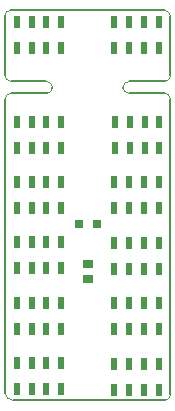
<source format=gtp>
G04 Layer_Color=8421504*
%FSLAX43Y43*%
%MOMM*%
G71*
G01*
G75*
%ADD10R,0.550X1.050*%
%ADD11R,0.900X0.700*%
%ADD12R,0.800X0.800*%
%ADD14C,0.160*%
%ADD16C,0.100*%
D10*
X13000Y6035D02*
D03*
X11750D02*
D03*
X9250D02*
D03*
X10500D02*
D03*
X9250Y8235D02*
D03*
X13000D02*
D03*
X11750D02*
D03*
X10500D02*
D03*
X13000Y900D02*
D03*
X11750D02*
D03*
X9250D02*
D03*
X10500D02*
D03*
X9250Y3100D02*
D03*
X13000D02*
D03*
X11750D02*
D03*
X10500D02*
D03*
X3500Y16304D02*
D03*
X2250D02*
D03*
X1000D02*
D03*
X4750D02*
D03*
X3500Y18504D02*
D03*
X4750D02*
D03*
X2250D02*
D03*
X1000D02*
D03*
X3500Y11169D02*
D03*
X2250D02*
D03*
X1000D02*
D03*
X4750D02*
D03*
X3500Y13370D02*
D03*
X4750D02*
D03*
X2250D02*
D03*
X1000D02*
D03*
X3500Y21350D02*
D03*
X2250D02*
D03*
X1000D02*
D03*
X4750D02*
D03*
X3500Y23550D02*
D03*
X4750D02*
D03*
X2250D02*
D03*
X1000D02*
D03*
X3500Y29800D02*
D03*
X2250D02*
D03*
X1000D02*
D03*
X4750D02*
D03*
X3500Y32000D02*
D03*
X4750D02*
D03*
X2250D02*
D03*
X1000D02*
D03*
X13000Y16304D02*
D03*
X11750D02*
D03*
X9250D02*
D03*
X10500D02*
D03*
X9250Y18504D02*
D03*
X13000D02*
D03*
X11750D02*
D03*
X10500D02*
D03*
X1000Y3150D02*
D03*
X2250D02*
D03*
X4750D02*
D03*
X3500D02*
D03*
X4750Y950D02*
D03*
X1000D02*
D03*
X2250D02*
D03*
X3500D02*
D03*
X1000Y8235D02*
D03*
X2250D02*
D03*
X4750D02*
D03*
X3500D02*
D03*
X4750Y6035D02*
D03*
X1000D02*
D03*
X2250D02*
D03*
X3500D02*
D03*
X13000Y29800D02*
D03*
X11750D02*
D03*
X9250D02*
D03*
X10500D02*
D03*
X9250Y32000D02*
D03*
X13000D02*
D03*
X11750D02*
D03*
X10500D02*
D03*
X13000Y11125D02*
D03*
X11750D02*
D03*
X9250D02*
D03*
X10500D02*
D03*
X9250Y13325D02*
D03*
X13000D02*
D03*
X11750D02*
D03*
X10500D02*
D03*
X13050Y21350D02*
D03*
X11800D02*
D03*
X9300D02*
D03*
X10550D02*
D03*
X9300Y23550D02*
D03*
X13050D02*
D03*
X11800D02*
D03*
X10550D02*
D03*
D11*
X7000Y11550D02*
D03*
Y10250D02*
D03*
D12*
X6250Y14900D02*
D03*
X7750D02*
D03*
D14*
X637Y0D02*
X13500D01*
X14000Y500D02*
Y637D01*
Y25500D01*
X10450Y26000D02*
X13500D01*
X10000Y26450D02*
Y26500D01*
X10500Y27000D02*
X13500D01*
X14000Y27500D02*
Y32500D01*
X13363Y33000D02*
X13500D01*
X400D02*
X13363D01*
X-0Y27500D02*
Y32600D01*
X500Y27000D02*
X3500D01*
X4000Y26450D02*
Y26500D01*
X500Y26000D02*
X3550D01*
X-0Y25363D02*
Y25500D01*
Y637D02*
Y25363D01*
D16*
X13500Y0D02*
G03*
X14000Y500I0J500D01*
G01*
Y25500D02*
G03*
X13500Y26000I-500J0D01*
G01*
X10000Y26450D02*
G03*
X10450Y26000I450J0D01*
G01*
X10500Y27000D02*
G03*
X10000Y26500I0J-500D01*
G01*
X13500Y27000D02*
G03*
X14000Y27500I0J500D01*
G01*
Y32500D02*
G03*
X13500Y33000I-500J0D01*
G01*
X400D02*
G03*
X0Y32600I0J-400D01*
G01*
Y27500D02*
G03*
X500Y27000I500J0D01*
G01*
X4000Y26500D02*
G03*
X3500Y27000I-500J0D01*
G01*
X3550Y26000D02*
G03*
X4000Y26450I0J450D01*
G01*
X500Y26000D02*
G03*
X0Y25500I0J-500D01*
G01*
Y637D02*
G03*
X637Y0I637J0D01*
G01*
M02*

</source>
